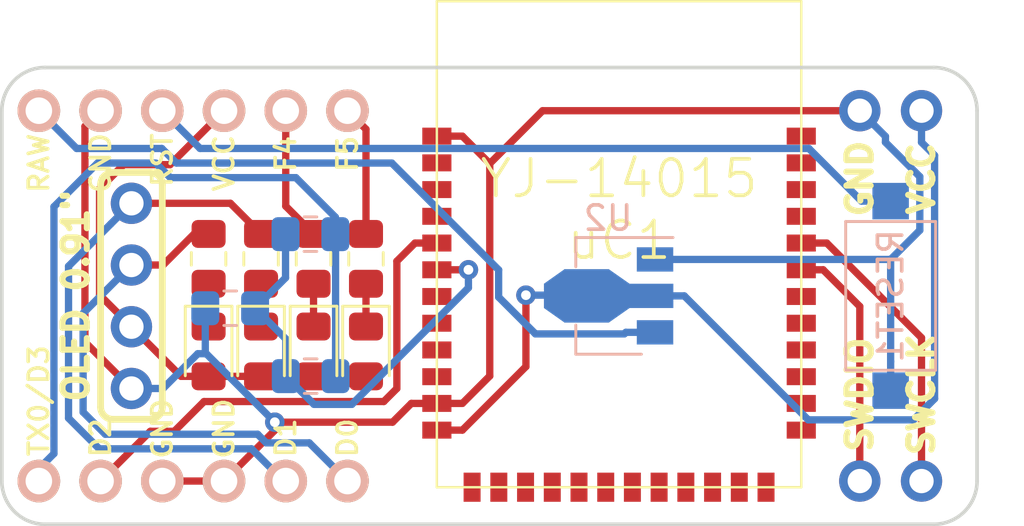
<source format=kicad_pcb>
(kicad_pcb (version 20171130) (host pcbnew "(5.1.5)-3")

  (general
    (thickness 1.6)
    (drawings 12)
    (tracks 135)
    (zones 0)
    (modules 17)
    (nets 48)
  )

  (page A4)
  (title_block
    (title "Redox-W Receiver")
    (date 2018-12-25)
    (rev 2.0)
    (company "Mattia Dal Ben")
  )

  (layers
    (0 F.Cu signal)
    (31 B.Cu signal)
    (32 B.Adhes user)
    (33 F.Adhes user)
    (34 B.Paste user)
    (35 F.Paste user)
    (36 B.SilkS user)
    (37 F.SilkS user)
    (38 B.Mask user)
    (39 F.Mask user)
    (40 Dwgs.User user)
    (41 Cmts.User user)
    (42 Eco1.User user)
    (43 Eco2.User user)
    (44 Edge.Cuts user)
    (45 Margin user)
    (46 B.CrtYd user)
    (47 F.CrtYd user)
    (48 B.Fab user hide)
    (49 F.Fab user hide)
  )

  (setup
    (last_trace_width 0.3)
    (trace_clearance 0.3)
    (zone_clearance 0.508)
    (zone_45_only no)
    (trace_min 0.2)
    (via_size 0.8)
    (via_drill 0.4)
    (via_min_size 0.4)
    (via_min_drill 0.3)
    (uvia_size 0.3)
    (uvia_drill 0.1)
    (uvias_allowed no)
    (uvia_min_size 0.2)
    (uvia_min_drill 0.1)
    (edge_width 0.15)
    (segment_width 0.2)
    (pcb_text_width 0.3)
    (pcb_text_size 1.5 1.5)
    (mod_edge_width 0.15)
    (mod_text_size 1 1)
    (mod_text_width 0.25)
    (pad_size 1.524 1.524)
    (pad_drill 0.762)
    (pad_to_mask_clearance 0.051)
    (solder_mask_min_width 0.25)
    (aux_axis_origin 0 0)
    (visible_elements 7FFFFFFF)
    (pcbplotparams
      (layerselection 0x010fc_ffffffff)
      (usegerberextensions true)
      (usegerberattributes false)
      (usegerberadvancedattributes false)
      (creategerberjobfile false)
      (excludeedgelayer true)
      (linewidth 0.100000)
      (plotframeref false)
      (viasonmask false)
      (mode 1)
      (useauxorigin false)
      (hpglpennumber 1)
      (hpglpenspeed 20)
      (hpglpendiameter 15.000000)
      (psnegative false)
      (psa4output false)
      (plotreference true)
      (plotvalue true)
      (plotinvisibletext false)
      (padsonsilk false)
      (subtractmaskfromsilk false)
      (outputformat 1)
      (mirror false)
      (drillshape 0)
      (scaleselection 1)
      (outputdirectory "gerber/"))
  )

  (net 0 "")
  (net 1 VIN)
  (net 2 TXO)
  (net 3 RXI)
  (net 4 GND)
  (net 5 G_LED)
  (net 6 C_LED)
  (net 7 R_LED)
  (net 8 B_LED)
  (net 9 5V0)
  (net 10 RST)
  (net 11 VCC)
  (net 12 SWDIO)
  (net 13 SWCLK)
  (net 14 TXODIV)
  (net 15 "Net-(uC1-Pad14)")
  (net 16 "Net-(uC1-Pad15)")
  (net 17 "Net-(uC1-Pad16)")
  (net 18 "Net-(uC1-Pad17)")
  (net 19 "Net-(uC1-Pad18)")
  (net 20 "Net-(uC1-Pad19)")
  (net 21 "Net-(uC1-Pad20)")
  (net 22 "Net-(uC1-Pad21)")
  (net 23 "Net-(uC1-Pad22)")
  (net 24 "Net-(uC1-Pad23)")
  (net 25 "Net-(uC1-Pad24)")
  (net 26 "Net-(uC1-Pad25)")
  (net 27 "Net-(uC1-Pad26)")
  (net 28 "Net-(uC1-Pad27)")
  (net 29 "Net-(uC1-Pad28)")
  (net 30 "Net-(uC1-Pad29)")
  (net 31 "Net-(uC1-Pad30)")
  (net 32 "Net-(uC1-Pad33)")
  (net 33 "Net-(uC1-Pad34)")
  (net 34 "Net-(uC1-Pad35)")
  (net 35 "Net-(uC1-Pad36)")
  (net 36 "Net-(uC1-Pad2)")
  (net 37 "Net-(uC1-Pad3)")
  (net 38 "Net-(uC1-Pad4)")
  (net 39 "Net-(uC1-Pad7)")
  (net 40 "Net-(uC1-Pad8)")
  (net 41 "Net-(uC1-Pad9)")
  (net 42 "Net-(uC1-Pad10)")
  (net 43 "Net-(uC1-Pad13)")
  (net 44 "Net-(D1-Pad1)")
  (net 45 "Net-(D2-Pad1)")
  (net 46 "Net-(D3-Pad1)")
  (net 47 "Net-(D4-Pad1)")

  (net_class Default "This is the default net class."
    (clearance 0.3)
    (trace_width 0.3)
    (via_dia 0.8)
    (via_drill 0.4)
    (uvia_dia 0.3)
    (uvia_drill 0.1)
    (add_net 5V0)
    (add_net B_LED)
    (add_net C_LED)
    (add_net GND)
    (add_net G_LED)
    (add_net "Net-(D1-Pad1)")
    (add_net "Net-(D2-Pad1)")
    (add_net "Net-(D3-Pad1)")
    (add_net "Net-(D4-Pad1)")
    (add_net "Net-(uC1-Pad10)")
    (add_net "Net-(uC1-Pad13)")
    (add_net "Net-(uC1-Pad14)")
    (add_net "Net-(uC1-Pad15)")
    (add_net "Net-(uC1-Pad16)")
    (add_net "Net-(uC1-Pad17)")
    (add_net "Net-(uC1-Pad18)")
    (add_net "Net-(uC1-Pad19)")
    (add_net "Net-(uC1-Pad2)")
    (add_net "Net-(uC1-Pad20)")
    (add_net "Net-(uC1-Pad21)")
    (add_net "Net-(uC1-Pad22)")
    (add_net "Net-(uC1-Pad23)")
    (add_net "Net-(uC1-Pad24)")
    (add_net "Net-(uC1-Pad25)")
    (add_net "Net-(uC1-Pad26)")
    (add_net "Net-(uC1-Pad27)")
    (add_net "Net-(uC1-Pad28)")
    (add_net "Net-(uC1-Pad29)")
    (add_net "Net-(uC1-Pad3)")
    (add_net "Net-(uC1-Pad30)")
    (add_net "Net-(uC1-Pad33)")
    (add_net "Net-(uC1-Pad34)")
    (add_net "Net-(uC1-Pad35)")
    (add_net "Net-(uC1-Pad36)")
    (add_net "Net-(uC1-Pad4)")
    (add_net "Net-(uC1-Pad7)")
    (add_net "Net-(uC1-Pad8)")
    (add_net "Net-(uC1-Pad9)")
    (add_net RST)
    (add_net RXI)
    (add_net R_LED)
    (add_net SWCLK)
    (add_net SWDIO)
    (add_net TXO)
    (add_net TXODIV)
    (add_net VCC)
    (add_net VIN)
  )

  (module fruitkey:OLED_0.91'_FONTSIDE (layer F.Cu) (tedit 5F01201F) (tstamp 5F028256)
    (at 108.966 92.71)
    (path /5F039107)
    (fp_text reference J1 (at 11.43 2.286) (layer Dwgs.User)
      (effects (font (size 1 1) (thickness 0.15)))
    )
    (fp_text value " " (at 17.272 3.81 180) (layer F.Fab)
      (effects (font (size 1 1) (thickness 0.15)))
    )
    (fp_text user "OLED 0.91\"" (at -2.286 0 90 unlocked) (layer F.SilkS)
      (effects (font (size 1 1) (thickness 0.25)))
    )
    (fp_arc (start -0.762 -4.572) (end -0.762 -5.08) (angle -90) (layer F.SilkS) (width 0.28))
    (fp_arc (start 0.762 -4.572) (end 1.27 -4.572) (angle -90) (layer F.SilkS) (width 0.28))
    (fp_arc (start 0.762 4.572) (end 0.762 5.08) (angle -90) (layer F.SilkS) (width 0.28))
    (fp_arc (start -0.762 4.572) (end -1.27 4.572) (angle -90) (layer F.SilkS) (width 0.28))
    (fp_line (start -1.27 -4.572) (end -1.27 4.572) (layer F.SilkS) (width 0.28))
    (fp_line (start -1.5 5.9944) (end 36.6776 5.9944) (layer Dwgs.User) (width 0.12))
    (fp_line (start -1.5 -5.9944) (end 36.6776 -5.9944) (layer Dwgs.User) (width 0.12))
    (fp_line (start -1.5 5.9944) (end -1.5 -5.9944) (layer Dwgs.User) (width 0.12))
    (fp_line (start 1.27 -4.572) (end 1.27 4.572) (layer F.SilkS) (width 0.28))
    (fp_line (start 0.762 5.08) (end -0.762 5.08) (layer F.SilkS) (width 0.28))
    (fp_line (start -0.762 -5.08) (end 0.762 -5.08) (layer F.SilkS) (width 0.28))
    (fp_line (start 36.6776 -5.9944) (end 36.6776 5.9944) (layer Dwgs.User) (width 0.12))
    (pad 4 thru_hole oval (at 0 -3.81) (size 1.7 1.7) (drill 1) (layers *.Cu *.Mask)
      (net 5 G_LED))
    (pad 2 thru_hole oval (at 0 1.27) (size 1.7 1.7) (drill 1) (layers *.Cu *.Mask)
      (net 9 5V0))
    (pad 3 thru_hole oval (at 0 -1.27) (size 1.7 1.7) (drill 1) (layers *.Cu *.Mask)
      (net 6 C_LED))
    (pad 1 thru_hole oval (at 0 3.81) (size 1.7 1.7) (drill 1) (layers *.Cu *.Mask)
      (net 4 GND))
  )

  (module Package_TO_SOT_SMD:SOT-89-3 (layer B.Cu) (tedit 5A02FF57) (tstamp 5F026745)
    (at 129.032 92.71 180)
    (descr SOT-89-3)
    (tags SOT-89-3)
    (path /5F05B412)
    (attr smd)
    (fp_text reference U2 (at 0.45 3.2) (layer B.SilkS)
      (effects (font (size 1 1) (thickness 0.15)) (justify mirror))
    )
    (fp_text value CJA1117B-3.3V (at 0.45 -3.25) (layer B.Fab)
      (effects (font (size 1 1) (thickness 0.15)) (justify mirror))
    )
    (fp_line (start -2.48 -2.55) (end -2.48 2.55) (layer B.CrtYd) (width 0.05))
    (fp_line (start -2.48 -2.55) (end 3.23 -2.55) (layer B.CrtYd) (width 0.05))
    (fp_line (start 3.23 2.55) (end -2.48 2.55) (layer B.CrtYd) (width 0.05))
    (fp_line (start 3.23 2.55) (end 3.23 -2.55) (layer B.CrtYd) (width 0.05))
    (fp_line (start -0.13 2.3) (end 1.68 2.3) (layer B.Fab) (width 0.1))
    (fp_line (start -0.92 -2.3) (end -0.92 1.51) (layer B.Fab) (width 0.1))
    (fp_line (start 1.68 -2.3) (end -0.92 -2.3) (layer B.Fab) (width 0.1))
    (fp_line (start 1.68 2.3) (end 1.68 -2.3) (layer B.Fab) (width 0.1))
    (fp_line (start -0.92 1.51) (end -0.13 2.3) (layer B.Fab) (width 0.1))
    (fp_line (start 1.78 2.4) (end 1.78 1.2) (layer B.SilkS) (width 0.12))
    (fp_line (start -2.22 2.4) (end 1.78 2.4) (layer B.SilkS) (width 0.12))
    (fp_line (start 1.78 -2.4) (end -0.92 -2.4) (layer B.SilkS) (width 0.12))
    (fp_line (start 1.78 -1.2) (end 1.78 -2.4) (layer B.SilkS) (width 0.12))
    (fp_text user %R (at 0.38 0 270) (layer B.Fab)
      (effects (font (size 0.6 0.6) (thickness 0.09)) (justify mirror))
    )
    (pad 2 smd trapezoid (at -0.0762 0 90) (size 1.5 1) (rect_delta 0 -0.7 ) (layers B.Cu B.Paste B.Mask)
      (net 11 VCC))
    (pad 2 smd rect (at 1.3335 0 270) (size 2.2 1.84) (layers B.Cu B.Paste B.Mask)
      (net 11 VCC))
    (pad 3 smd rect (at -1.48 -1.5 270) (size 1 1.5) (layers B.Cu B.Paste B.Mask)
      (net 1 VIN))
    (pad 2 smd rect (at -1.3335 0 270) (size 1 1.8) (layers B.Cu B.Paste B.Mask)
      (net 11 VCC))
    (pad 1 smd rect (at -1.48 1.5 270) (size 1 1.5) (layers B.Cu B.Paste B.Mask)
      (net 4 GND))
    (pad 2 smd trapezoid (at 2.667 0 270) (size 1.6 0.85) (rect_delta 0 -0.6 ) (layers B.Cu B.Paste B.Mask)
      (net 11 VCC))
    (model ${KISYS3DMOD}/Package_TO_SOT_SMD.3dshapes/SOT-89-3.wrl
      (at (xyz 0 0 0))
      (scale (xyz 1 1 1))
      (rotate (xyz 0 0 0))
    )
  )

  (module redox_w_receiver_footprints:conn_04 (layer B.Cu) (tedit 5F011BE0) (tstamp 5C25654D)
    (at 137.668 85.09 180)
    (path /5C0D3AC1)
    (fp_text reference PROGR_HEADER1 (at 0 0 180) (layer Cmts.User)
      (effects (font (size 1 1) (thickness 0.15)))
    )
    (fp_text value " " (at 0 0 180) (layer B.Fab)
      (effects (font (size 1 1) (thickness 0.15)) (justify mirror))
    )
    (pad 1 thru_hole oval (at -3.81 0 90) (size 1.7 1.7) (drill 1) (layers *.Cu *.Mask)
      (net 11 VCC))
    (pad 3 thru_hole oval (at -1.27 -15.24 90) (size 1.7 1.7) (drill 1) (layers *.Cu *.Mask)
      (net 12 SWDIO))
    (pad 4 thru_hole oval (at -3.81 -15.24 90) (size 1.7 1.7) (drill 1) (layers *.Cu *.Mask)
      (net 13 SWCLK))
    (pad 2 thru_hole oval (at -1.27 0 90) (size 1.7 1.7) (drill 1) (layers *.Cu *.Mask)
      (net 4 GND))
  )

  (module redox_w_receiver_footprints:R_0805_2012Metric_Pad1.15x1.40mm_HandSolder (layer F.Cu) (tedit 5F011493) (tstamp 5C1A51EA)
    (at 112.141 91.186 90)
    (descr "Resistor SMD 0805 (2012 Metric), square (rectangular) end terminal, IPC_7351 nominal with elongated pad for handsoldering. (Body size source: https://docs.google.com/spreadsheets/d/1BsfQQcO9C6DZCsRaXUlFlo91Tg2WpOkGARC1WS5S8t0/edit?usp=sharing), generated with kicad-footprint-generator")
    (tags "resistor handsolder")
    (path /5C0D163A)
    (attr smd)
    (fp_text reference R8 (at 0 0 90) (layer Cmts.User)
      (effects (font (size 1 1) (thickness 0.15)))
    )
    (fp_text value R (at 0 1.65 90) (layer F.Fab)
      (effects (font (size 1 1) (thickness 0.15)))
    )
    (fp_line (start -1 0.6) (end -1 -0.6) (layer F.Fab) (width 0.1))
    (fp_line (start -1 -0.6) (end 1 -0.6) (layer F.Fab) (width 0.1))
    (fp_line (start 1 -0.6) (end 1 0.6) (layer F.Fab) (width 0.1))
    (fp_line (start 1 0.6) (end -1 0.6) (layer F.Fab) (width 0.1))
    (fp_line (start -0.261252 -0.71) (end 0.261252 -0.71) (layer F.SilkS) (width 0.12))
    (fp_line (start -0.261252 0.71) (end 0.261252 0.71) (layer F.SilkS) (width 0.12))
    (fp_line (start -1.85 0.95) (end -1.85 -0.95) (layer F.CrtYd) (width 0.05))
    (fp_line (start -1.85 -0.95) (end 1.85 -0.95) (layer F.CrtYd) (width 0.05))
    (fp_line (start 1.85 -0.95) (end 1.85 0.95) (layer F.CrtYd) (width 0.05))
    (fp_line (start 1.85 0.95) (end -1.85 0.95) (layer F.CrtYd) (width 0.05))
    (fp_text user %R (at 0 0 90) (layer F.Fab)
      (effects (font (size 0.5 0.5) (thickness 0.08)))
    )
    (pad 1 smd roundrect (at -1.025 0 90) (size 1.15 1.4) (layers F.Cu F.Paste F.Mask) (roundrect_rratio 0.217391)
      (net 47 "Net-(D4-Pad1)"))
    (pad 2 smd roundrect (at 1.025 0 90) (size 1.15 1.4) (layers F.Cu F.Paste F.Mask) (roundrect_rratio 0.217391)
      (net 6 C_LED))
    (model ${KISYS3DMOD}/Resistor_SMD.3dshapes/R_0805_2012Metric.wrl
      (at (xyz 0 0 0))
      (scale (xyz 1 1 1))
      (rotate (xyz 0 0 0))
    )
  )

  (module redox_w_receiver_footprints:R_0805_2012Metric_Pad1.15x1.40mm_HandSolder (layer F.Cu) (tedit 5F011493) (tstamp 5C256B66)
    (at 114.3 91.186 90)
    (descr "Resistor SMD 0805 (2012 Metric), square (rectangular) end terminal, IPC_7351 nominal with elongated pad for handsoldering. (Body size source: https://docs.google.com/spreadsheets/d/1BsfQQcO9C6DZCsRaXUlFlo91Tg2WpOkGARC1WS5S8t0/edit?usp=sharing), generated with kicad-footprint-generator")
    (tags "resistor handsolder")
    (path /5C0D727A)
    (attr smd)
    (fp_text reference R7 (at 0 0 90) (layer Cmts.User)
      (effects (font (size 1 1) (thickness 0.15)))
    )
    (fp_text value R (at 0 1.65 90) (layer F.Fab)
      (effects (font (size 1 1) (thickness 0.15)))
    )
    (fp_line (start -1 0.6) (end -1 -0.6) (layer F.Fab) (width 0.1))
    (fp_line (start -1 -0.6) (end 1 -0.6) (layer F.Fab) (width 0.1))
    (fp_line (start 1 -0.6) (end 1 0.6) (layer F.Fab) (width 0.1))
    (fp_line (start 1 0.6) (end -1 0.6) (layer F.Fab) (width 0.1))
    (fp_line (start -0.261252 -0.71) (end 0.261252 -0.71) (layer F.SilkS) (width 0.12))
    (fp_line (start -0.261252 0.71) (end 0.261252 0.71) (layer F.SilkS) (width 0.12))
    (fp_line (start -1.85 0.95) (end -1.85 -0.95) (layer F.CrtYd) (width 0.05))
    (fp_line (start -1.85 -0.95) (end 1.85 -0.95) (layer F.CrtYd) (width 0.05))
    (fp_line (start 1.85 -0.95) (end 1.85 0.95) (layer F.CrtYd) (width 0.05))
    (fp_line (start 1.85 0.95) (end -1.85 0.95) (layer F.CrtYd) (width 0.05))
    (fp_text user %R (at 0 0 90) (layer F.Fab)
      (effects (font (size 0.5 0.5) (thickness 0.08)))
    )
    (pad 1 smd roundrect (at -1.025 0 90) (size 1.15 1.4) (layers F.Cu F.Paste F.Mask) (roundrect_rratio 0.217391)
      (net 46 "Net-(D3-Pad1)"))
    (pad 2 smd roundrect (at 1.025 0 90) (size 1.15 1.4) (layers F.Cu F.Paste F.Mask) (roundrect_rratio 0.217391)
      (net 5 G_LED))
    (model ${KISYS3DMOD}/Resistor_SMD.3dshapes/R_0805_2012Metric.wrl
      (at (xyz 0 0 0))
      (scale (xyz 1 1 1))
      (rotate (xyz 0 0 0))
    )
  )

  (module redox_w_receiver_footprints:R_0805_2012Metric_Pad1.15x1.40mm_HandSolder (layer F.Cu) (tedit 5F011493) (tstamp 5C2565B3)
    (at 116.459 91.186 90)
    (descr "Resistor SMD 0805 (2012 Metric), square (rectangular) end terminal, IPC_7351 nominal with elongated pad for handsoldering. (Body size source: https://docs.google.com/spreadsheets/d/1BsfQQcO9C6DZCsRaXUlFlo91Tg2WpOkGARC1WS5S8t0/edit?usp=sharing), generated with kicad-footprint-generator")
    (tags "resistor handsolder")
    (path /5C0D723C)
    (attr smd)
    (fp_text reference R6 (at 0 0 90) (layer Cmts.User)
      (effects (font (size 1 1) (thickness 0.15)))
    )
    (fp_text value R (at 0 1.65 90) (layer F.Fab)
      (effects (font (size 1 1) (thickness 0.15)))
    )
    (fp_line (start -1 0.6) (end -1 -0.6) (layer F.Fab) (width 0.1))
    (fp_line (start -1 -0.6) (end 1 -0.6) (layer F.Fab) (width 0.1))
    (fp_line (start 1 -0.6) (end 1 0.6) (layer F.Fab) (width 0.1))
    (fp_line (start 1 0.6) (end -1 0.6) (layer F.Fab) (width 0.1))
    (fp_line (start -0.261252 -0.71) (end 0.261252 -0.71) (layer F.SilkS) (width 0.12))
    (fp_line (start -0.261252 0.71) (end 0.261252 0.71) (layer F.SilkS) (width 0.12))
    (fp_line (start -1.85 0.95) (end -1.85 -0.95) (layer F.CrtYd) (width 0.05))
    (fp_line (start -1.85 -0.95) (end 1.85 -0.95) (layer F.CrtYd) (width 0.05))
    (fp_line (start 1.85 -0.95) (end 1.85 0.95) (layer F.CrtYd) (width 0.05))
    (fp_line (start 1.85 0.95) (end -1.85 0.95) (layer F.CrtYd) (width 0.05))
    (fp_text user %R (at 0 0 90) (layer F.Fab)
      (effects (font (size 0.5 0.5) (thickness 0.08)))
    )
    (pad 1 smd roundrect (at -1.025 0 90) (size 1.15 1.4) (layers F.Cu F.Paste F.Mask) (roundrect_rratio 0.217391)
      (net 45 "Net-(D2-Pad1)"))
    (pad 2 smd roundrect (at 1.025 0 90) (size 1.15 1.4) (layers F.Cu F.Paste F.Mask) (roundrect_rratio 0.217391)
      (net 8 B_LED))
    (model ${KISYS3DMOD}/Resistor_SMD.3dshapes/R_0805_2012Metric.wrl
      (at (xyz 0 0 0))
      (scale (xyz 1 1 1))
      (rotate (xyz 0 0 0))
    )
  )

  (module redox_w_receiver_footprints:R_0805_2012Metric_Pad1.15x1.40mm_HandSolder (layer F.Cu) (tedit 5F011493) (tstamp 5C2642B8)
    (at 118.618 91.186 90)
    (descr "Resistor SMD 0805 (2012 Metric), square (rectangular) end terminal, IPC_7351 nominal with elongated pad for handsoldering. (Body size source: https://docs.google.com/spreadsheets/d/1BsfQQcO9C6DZCsRaXUlFlo91Tg2WpOkGARC1WS5S8t0/edit?usp=sharing), generated with kicad-footprint-generator")
    (tags "resistor handsolder")
    (path /5C0D71CA)
    (attr smd)
    (fp_text reference R4 (at 0 0 90) (layer Cmts.User)
      (effects (font (size 1 1) (thickness 0.15)))
    )
    (fp_text value R (at 0 1.65 90) (layer F.Fab)
      (effects (font (size 1 1) (thickness 0.15)))
    )
    (fp_line (start -1 0.6) (end -1 -0.6) (layer F.Fab) (width 0.1))
    (fp_line (start -1 -0.6) (end 1 -0.6) (layer F.Fab) (width 0.1))
    (fp_line (start 1 -0.6) (end 1 0.6) (layer F.Fab) (width 0.1))
    (fp_line (start 1 0.6) (end -1 0.6) (layer F.Fab) (width 0.1))
    (fp_line (start -0.261252 -0.71) (end 0.261252 -0.71) (layer F.SilkS) (width 0.12))
    (fp_line (start -0.261252 0.71) (end 0.261252 0.71) (layer F.SilkS) (width 0.12))
    (fp_line (start -1.85 0.95) (end -1.85 -0.95) (layer F.CrtYd) (width 0.05))
    (fp_line (start -1.85 -0.95) (end 1.85 -0.95) (layer F.CrtYd) (width 0.05))
    (fp_line (start 1.85 -0.95) (end 1.85 0.95) (layer F.CrtYd) (width 0.05))
    (fp_line (start 1.85 0.95) (end -1.85 0.95) (layer F.CrtYd) (width 0.05))
    (fp_text user %R (at 0 0 90) (layer F.Fab)
      (effects (font (size 0.5 0.5) (thickness 0.08)))
    )
    (pad 1 smd roundrect (at -1.025 0 90) (size 1.15 1.4) (layers F.Cu F.Paste F.Mask) (roundrect_rratio 0.217391)
      (net 44 "Net-(D1-Pad1)"))
    (pad 2 smd roundrect (at 1.025 0 90) (size 1.15 1.4) (layers F.Cu F.Paste F.Mask) (roundrect_rratio 0.217391)
      (net 7 R_LED))
    (model ${KISYS3DMOD}/Resistor_SMD.3dshapes/R_0805_2012Metric.wrl
      (at (xyz 0 0 0))
      (scale (xyz 1 1 1))
      (rotate (xyz 0 0 0))
    )
  )

  (module redox_w_receiver_footprints:R_0805_2012Metric_Pad1.15x1.40mm_HandSolder (layer B.Cu) (tedit 5F011493) (tstamp 5C264443)
    (at 116.341 96.012 180)
    (descr "Resistor SMD 0805 (2012 Metric), square (rectangular) end terminal, IPC_7351 nominal with elongated pad for handsoldering. (Body size source: https://docs.google.com/spreadsheets/d/1BsfQQcO9C6DZCsRaXUlFlo91Tg2WpOkGARC1WS5S8t0/edit?usp=sharing), generated with kicad-footprint-generator")
    (tags "resistor handsolder")
    (path /5C0D69A3)
    (attr smd)
    (fp_text reference R3 (at 0 0) (layer Cmts.User)
      (effects (font (size 1 1) (thickness 0.15)))
    )
    (fp_text value R (at 0 -1.65) (layer B.Fab)
      (effects (font (size 1 1) (thickness 0.15)) (justify mirror))
    )
    (fp_line (start -1 -0.6) (end -1 0.6) (layer B.Fab) (width 0.1))
    (fp_line (start -1 0.6) (end 1 0.6) (layer B.Fab) (width 0.1))
    (fp_line (start 1 0.6) (end 1 -0.6) (layer B.Fab) (width 0.1))
    (fp_line (start 1 -0.6) (end -1 -0.6) (layer B.Fab) (width 0.1))
    (fp_line (start -0.261252 0.71) (end 0.261252 0.71) (layer B.SilkS) (width 0.12))
    (fp_line (start -0.261252 -0.71) (end 0.261252 -0.71) (layer B.SilkS) (width 0.12))
    (fp_line (start -1.85 -0.95) (end -1.85 0.95) (layer B.CrtYd) (width 0.05))
    (fp_line (start -1.85 0.95) (end 1.85 0.95) (layer B.CrtYd) (width 0.05))
    (fp_line (start 1.85 0.95) (end 1.85 -0.95) (layer B.CrtYd) (width 0.05))
    (fp_line (start 1.85 -0.95) (end -1.85 -0.95) (layer B.CrtYd) (width 0.05))
    (fp_text user %R (at 0 0) (layer B.Fab)
      (effects (font (size 0.5 0.5) (thickness 0.08)) (justify mirror))
    )
    (pad 1 smd roundrect (at -1.025 0 180) (size 1.15 1.4) (layers B.Cu B.Paste B.Mask) (roundrect_rratio 0.217391)
      (net 2 TXO))
    (pad 2 smd roundrect (at 1.025 0 180) (size 1.15 1.4) (layers B.Cu B.Paste B.Mask) (roundrect_rratio 0.217391)
      (net 14 TXODIV))
    (model ${KISYS3DMOD}/Resistor_SMD.3dshapes/R_0805_2012Metric.wrl
      (at (xyz 0 0 0))
      (scale (xyz 1 1 1))
      (rotate (xyz 0 0 0))
    )
  )

  (module redox_w_receiver_footprints:R_0805_2012Metric_Pad1.15x1.40mm_HandSolder (layer B.Cu) (tedit 5F011493) (tstamp 5C25656F)
    (at 113.03 93.218 180)
    (descr "Resistor SMD 0805 (2012 Metric), square (rectangular) end terminal, IPC_7351 nominal with elongated pad for handsoldering. (Body size source: https://docs.google.com/spreadsheets/d/1BsfQQcO9C6DZCsRaXUlFlo91Tg2WpOkGARC1WS5S8t0/edit?usp=sharing), generated with kicad-footprint-generator")
    (tags "resistor handsolder")
    (path /5C0D69D3)
    (attr smd)
    (fp_text reference R2 (at 0 0) (layer Cmts.User)
      (effects (font (size 1 1) (thickness 0.15)))
    )
    (fp_text value R (at 0 -1.65) (layer B.Fab)
      (effects (font (size 1 1) (thickness 0.15)) (justify mirror))
    )
    (fp_line (start -1 -0.6) (end -1 0.6) (layer B.Fab) (width 0.1))
    (fp_line (start -1 0.6) (end 1 0.6) (layer B.Fab) (width 0.1))
    (fp_line (start 1 0.6) (end 1 -0.6) (layer B.Fab) (width 0.1))
    (fp_line (start 1 -0.6) (end -1 -0.6) (layer B.Fab) (width 0.1))
    (fp_line (start -0.261252 0.71) (end 0.261252 0.71) (layer B.SilkS) (width 0.12))
    (fp_line (start -0.261252 -0.71) (end 0.261252 -0.71) (layer B.SilkS) (width 0.12))
    (fp_line (start -1.85 -0.95) (end -1.85 0.95) (layer B.CrtYd) (width 0.05))
    (fp_line (start -1.85 0.95) (end 1.85 0.95) (layer B.CrtYd) (width 0.05))
    (fp_line (start 1.85 0.95) (end 1.85 -0.95) (layer B.CrtYd) (width 0.05))
    (fp_line (start 1.85 -0.95) (end -1.85 -0.95) (layer B.CrtYd) (width 0.05))
    (fp_text user %R (at 0 0) (layer B.Fab)
      (effects (font (size 0.5 0.5) (thickness 0.08)) (justify mirror))
    )
    (pad 1 smd roundrect (at -1.025 0 180) (size 1.15 1.4) (layers B.Cu B.Paste B.Mask) (roundrect_rratio 0.217391)
      (net 14 TXODIV))
    (pad 2 smd roundrect (at 1.025 0 180) (size 1.15 1.4) (layers B.Cu B.Paste B.Mask) (roundrect_rratio 0.217391)
      (net 4 GND))
    (model ${KISYS3DMOD}/Resistor_SMD.3dshapes/R_0805_2012Metric.wrl
      (at (xyz 0 0 0))
      (scale (xyz 1 1 1))
      (rotate (xyz 0 0 0))
    )
  )

  (module redox_w_receiver_footprints:R_0805_2012Metric_Pad1.15x1.40mm_HandSolder (layer B.Cu) (tedit 5F011493) (tstamp 5C2643F2)
    (at 116.332 90.17 180)
    (descr "Resistor SMD 0805 (2012 Metric), square (rectangular) end terminal, IPC_7351 nominal with elongated pad for handsoldering. (Body size source: https://docs.google.com/spreadsheets/d/1BsfQQcO9C6DZCsRaXUlFlo91Tg2WpOkGARC1WS5S8t0/edit?usp=sharing), generated with kicad-footprint-generator")
    (tags "resistor handsolder")
    (path /5C0D6951)
    (attr smd)
    (fp_text reference R1 (at 0 0) (layer Cmts.User)
      (effects (font (size 1 1) (thickness 0.15)))
    )
    (fp_text value R (at 0 -1.65) (layer B.Fab)
      (effects (font (size 1 1) (thickness 0.15)) (justify mirror))
    )
    (fp_line (start -1 -0.6) (end -1 0.6) (layer B.Fab) (width 0.1))
    (fp_line (start -1 0.6) (end 1 0.6) (layer B.Fab) (width 0.1))
    (fp_line (start 1 0.6) (end 1 -0.6) (layer B.Fab) (width 0.1))
    (fp_line (start 1 -0.6) (end -1 -0.6) (layer B.Fab) (width 0.1))
    (fp_line (start -0.261252 0.71) (end 0.261252 0.71) (layer B.SilkS) (width 0.12))
    (fp_line (start -0.261252 -0.71) (end 0.261252 -0.71) (layer B.SilkS) (width 0.12))
    (fp_line (start -1.85 -0.95) (end -1.85 0.95) (layer B.CrtYd) (width 0.05))
    (fp_line (start -1.85 0.95) (end 1.85 0.95) (layer B.CrtYd) (width 0.05))
    (fp_line (start 1.85 0.95) (end 1.85 -0.95) (layer B.CrtYd) (width 0.05))
    (fp_line (start 1.85 -0.95) (end -1.85 -0.95) (layer B.CrtYd) (width 0.05))
    (fp_text user %R (at 0 0) (layer B.Fab)
      (effects (font (size 0.5 0.5) (thickness 0.08)) (justify mirror))
    )
    (pad 1 smd roundrect (at -1.025 0 180) (size 1.15 1.4) (layers B.Cu B.Paste B.Mask) (roundrect_rratio 0.217391)
      (net 2 TXO))
    (pad 2 smd roundrect (at 1.025 0 180) (size 1.15 1.4) (layers B.Cu B.Paste B.Mask) (roundrect_rratio 0.217391)
      (net 14 TXODIV))
    (model ${KISYS3DMOD}/Resistor_SMD.3dshapes/R_0805_2012Metric.wrl
      (at (xyz 0 0 0))
      (scale (xyz 1 1 1))
      (rotate (xyz 0 0 0))
    )
  )

  (module redox_w_receiver_footprints:LED_0805_2012Metric_Pad1.15x1.40mm_HandSolder (layer F.Cu) (tedit 5F01146D) (tstamp 5C1A5117)
    (at 112.141 94.996 270)
    (descr "LED SMD 0805 (2012 Metric), square (rectangular) end terminal, IPC_7351 nominal, (Body size source: https://docs.google.com/spreadsheets/d/1BsfQQcO9C6DZCsRaXUlFlo91Tg2WpOkGARC1WS5S8t0/edit?usp=sharing), generated with kicad-footprint-generator")
    (tags "LED handsolder")
    (path /5C0D0BEF)
    (attr smd)
    (fp_text reference D4 (at 0 0 90) (layer Cmts.User)
      (effects (font (size 1 1) (thickness 0.15)))
    )
    (fp_text value LED (at 0 1.65 90) (layer F.Fab)
      (effects (font (size 1 1) (thickness 0.15)))
    )
    (fp_line (start 1 -0.6) (end -0.7 -0.6) (layer F.Fab) (width 0.1))
    (fp_line (start -0.7 -0.6) (end -1 -0.3) (layer F.Fab) (width 0.1))
    (fp_line (start -1 -0.3) (end -1 0.6) (layer F.Fab) (width 0.1))
    (fp_line (start -1 0.6) (end 1 0.6) (layer F.Fab) (width 0.1))
    (fp_line (start 1 0.6) (end 1 -0.6) (layer F.Fab) (width 0.1))
    (fp_line (start 1 -0.96) (end -1.86 -0.96) (layer F.SilkS) (width 0.12))
    (fp_line (start -1.86 -0.96) (end -1.86 0.96) (layer F.SilkS) (width 0.12))
    (fp_line (start -1.86 0.96) (end 1 0.96) (layer F.SilkS) (width 0.12))
    (fp_line (start -1.85 0.95) (end -1.85 -0.95) (layer F.CrtYd) (width 0.05))
    (fp_line (start -1.85 -0.95) (end 1.85 -0.95) (layer F.CrtYd) (width 0.05))
    (fp_line (start 1.85 -0.95) (end 1.85 0.95) (layer F.CrtYd) (width 0.05))
    (fp_line (start 1.85 0.95) (end -1.85 0.95) (layer F.CrtYd) (width 0.05))
    (fp_text user %R (at 0 0 90) (layer F.Fab)
      (effects (font (size 0.5 0.5) (thickness 0.08)))
    )
    (pad 1 smd roundrect (at -1.025 0 270) (size 1.15 1.4) (layers F.Cu F.Paste F.Mask) (roundrect_rratio 0.217391)
      (net 47 "Net-(D4-Pad1)"))
    (pad 2 smd roundrect (at 1.025 0 270) (size 1.15 1.4) (layers F.Cu F.Paste F.Mask) (roundrect_rratio 0.217391)
      (net 9 5V0))
    (model ${KISYS3DMOD}/LED_SMD.3dshapes/LED_0805_2012Metric.wrl
      (at (xyz 0 0 0))
      (scale (xyz 1 1 1))
      (rotate (xyz 0 0 0))
    )
  )

  (module redox_w_receiver_footprints:LED_0805_2012Metric_Pad1.15x1.40mm_HandSolder (layer F.Cu) (tedit 5F01146D) (tstamp 5C1A8533)
    (at 114.3 94.996 270)
    (descr "LED SMD 0805 (2012 Metric), square (rectangular) end terminal, IPC_7351 nominal, (Body size source: https://docs.google.com/spreadsheets/d/1BsfQQcO9C6DZCsRaXUlFlo91Tg2WpOkGARC1WS5S8t0/edit?usp=sharing), generated with kicad-footprint-generator")
    (tags "LED handsolder")
    (path /5C0CF9C8)
    (attr smd)
    (fp_text reference D3 (at 0 0 90) (layer Cmts.User)
      (effects (font (size 1 1) (thickness 0.15)))
    )
    (fp_text value LED (at 0 1.65 90) (layer F.Fab)
      (effects (font (size 1 1) (thickness 0.15)))
    )
    (fp_line (start 1 -0.6) (end -0.7 -0.6) (layer F.Fab) (width 0.1))
    (fp_line (start -0.7 -0.6) (end -1 -0.3) (layer F.Fab) (width 0.1))
    (fp_line (start -1 -0.3) (end -1 0.6) (layer F.Fab) (width 0.1))
    (fp_line (start -1 0.6) (end 1 0.6) (layer F.Fab) (width 0.1))
    (fp_line (start 1 0.6) (end 1 -0.6) (layer F.Fab) (width 0.1))
    (fp_line (start 1 -0.96) (end -1.86 -0.96) (layer F.SilkS) (width 0.12))
    (fp_line (start -1.86 -0.96) (end -1.86 0.96) (layer F.SilkS) (width 0.12))
    (fp_line (start -1.86 0.96) (end 1 0.96) (layer F.SilkS) (width 0.12))
    (fp_line (start -1.85 0.95) (end -1.85 -0.95) (layer F.CrtYd) (width 0.05))
    (fp_line (start -1.85 -0.95) (end 1.85 -0.95) (layer F.CrtYd) (width 0.05))
    (fp_line (start 1.85 -0.95) (end 1.85 0.95) (layer F.CrtYd) (width 0.05))
    (fp_line (start 1.85 0.95) (end -1.85 0.95) (layer F.CrtYd) (width 0.05))
    (fp_text user %R (at 0 0 90) (layer F.Fab)
      (effects (font (size 0.5 0.5) (thickness 0.08)))
    )
    (pad 1 smd roundrect (at -1.025 0 270) (size 1.15 1.4) (layers F.Cu F.Paste F.Mask) (roundrect_rratio 0.217391)
      (net 46 "Net-(D3-Pad1)"))
    (pad 2 smd roundrect (at 1.025 0 270) (size 1.15 1.4) (layers F.Cu F.Paste F.Mask) (roundrect_rratio 0.217391)
      (net 9 5V0))
    (model ${KISYS3DMOD}/LED_SMD.3dshapes/LED_0805_2012Metric.wrl
      (at (xyz 0 0 0))
      (scale (xyz 1 1 1))
      (rotate (xyz 0 0 0))
    )
  )

  (module redox_w_receiver_footprints:LED_0805_2012Metric_Pad1.15x1.40mm_HandSolder (layer F.Cu) (tedit 5F01146D) (tstamp 5C1A8520)
    (at 116.459 94.996 270)
    (descr "LED SMD 0805 (2012 Metric), square (rectangular) end terminal, IPC_7351 nominal, (Body size source: https://docs.google.com/spreadsheets/d/1BsfQQcO9C6DZCsRaXUlFlo91Tg2WpOkGARC1WS5S8t0/edit?usp=sharing), generated with kicad-footprint-generator")
    (tags "LED handsolder")
    (path /5C0CF909)
    (attr smd)
    (fp_text reference D2 (at 0 0 90) (layer Cmts.User)
      (effects (font (size 1 1) (thickness 0.15)))
    )
    (fp_text value LED (at 0 1.65 90) (layer F.Fab)
      (effects (font (size 1 1) (thickness 0.15)))
    )
    (fp_line (start 1 -0.6) (end -0.7 -0.6) (layer F.Fab) (width 0.1))
    (fp_line (start -0.7 -0.6) (end -1 -0.3) (layer F.Fab) (width 0.1))
    (fp_line (start -1 -0.3) (end -1 0.6) (layer F.Fab) (width 0.1))
    (fp_line (start -1 0.6) (end 1 0.6) (layer F.Fab) (width 0.1))
    (fp_line (start 1 0.6) (end 1 -0.6) (layer F.Fab) (width 0.1))
    (fp_line (start 1 -0.96) (end -1.86 -0.96) (layer F.SilkS) (width 0.12))
    (fp_line (start -1.86 -0.96) (end -1.86 0.96) (layer F.SilkS) (width 0.12))
    (fp_line (start -1.86 0.96) (end 1 0.96) (layer F.SilkS) (width 0.12))
    (fp_line (start -1.85 0.95) (end -1.85 -0.95) (layer F.CrtYd) (width 0.05))
    (fp_line (start -1.85 -0.95) (end 1.85 -0.95) (layer F.CrtYd) (width 0.05))
    (fp_line (start 1.85 -0.95) (end 1.85 0.95) (layer F.CrtYd) (width 0.05))
    (fp_line (start 1.85 0.95) (end -1.85 0.95) (layer F.CrtYd) (width 0.05))
    (fp_text user %R (at 0 0 90) (layer F.Fab)
      (effects (font (size 0.5 0.5) (thickness 0.08)))
    )
    (pad 1 smd roundrect (at -1.025 0 270) (size 1.15 1.4) (layers F.Cu F.Paste F.Mask) (roundrect_rratio 0.217391)
      (net 45 "Net-(D2-Pad1)"))
    (pad 2 smd roundrect (at 1.025 0 270) (size 1.15 1.4) (layers F.Cu F.Paste F.Mask) (roundrect_rratio 0.217391)
      (net 9 5V0))
    (model ${KISYS3DMOD}/LED_SMD.3dshapes/LED_0805_2012Metric.wrl
      (at (xyz 0 0 0))
      (scale (xyz 1 1 1))
      (rotate (xyz 0 0 0))
    )
  )

  (module redox_w_receiver_footprints:LED_0805_2012Metric_Pad1.15x1.40mm_HandSolder (layer F.Cu) (tedit 5F01146D) (tstamp 5C1A4F15)
    (at 118.618 94.996 270)
    (descr "LED SMD 0805 (2012 Metric), square (rectangular) end terminal, IPC_7351 nominal, (Body size source: https://docs.google.com/spreadsheets/d/1BsfQQcO9C6DZCsRaXUlFlo91Tg2WpOkGARC1WS5S8t0/edit?usp=sharing), generated with kicad-footprint-generator")
    (tags "LED handsolder")
    (path /5C0CF77A)
    (attr smd)
    (fp_text reference D1 (at 0 0 90) (layer Cmts.User)
      (effects (font (size 1 1) (thickness 0.15)))
    )
    (fp_text value LED (at 0 1.65 90) (layer F.Fab)
      (effects (font (size 1 1) (thickness 0.15)))
    )
    (fp_line (start 1 -0.6) (end -0.7 -0.6) (layer F.Fab) (width 0.1))
    (fp_line (start -0.7 -0.6) (end -1 -0.3) (layer F.Fab) (width 0.1))
    (fp_line (start -1 -0.3) (end -1 0.6) (layer F.Fab) (width 0.1))
    (fp_line (start -1 0.6) (end 1 0.6) (layer F.Fab) (width 0.1))
    (fp_line (start 1 0.6) (end 1 -0.6) (layer F.Fab) (width 0.1))
    (fp_line (start 1 -0.96) (end -1.86 -0.96) (layer F.SilkS) (width 0.12))
    (fp_line (start -1.86 -0.96) (end -1.86 0.96) (layer F.SilkS) (width 0.12))
    (fp_line (start -1.86 0.96) (end 1 0.96) (layer F.SilkS) (width 0.12))
    (fp_line (start -1.85 0.95) (end -1.85 -0.95) (layer F.CrtYd) (width 0.05))
    (fp_line (start -1.85 -0.95) (end 1.85 -0.95) (layer F.CrtYd) (width 0.05))
    (fp_line (start 1.85 -0.95) (end 1.85 0.95) (layer F.CrtYd) (width 0.05))
    (fp_line (start 1.85 0.95) (end -1.85 0.95) (layer F.CrtYd) (width 0.05))
    (fp_text user %R (at 0 0 90) (layer F.Fab)
      (effects (font (size 0.5 0.5) (thickness 0.08)))
    )
    (pad 1 smd roundrect (at -1.025 0 270) (size 1.15 1.4) (layers F.Cu F.Paste F.Mask) (roundrect_rratio 0.217391)
      (net 44 "Net-(D1-Pad1)"))
    (pad 2 smd roundrect (at 1.025 0 270) (size 1.15 1.4) (layers F.Cu F.Paste F.Mask) (roundrect_rratio 0.217391)
      (net 9 5V0))
    (model ${KISYS3DMOD}/LED_SMD.3dshapes/LED_0805_2012Metric.wrl
      (at (xyz 0 0 0))
      (scale (xyz 1 1 1))
      (rotate (xyz 0 0 0))
    )
  )

  (module "redox_w_receiver_footprints:pro micro" (layer F.Cu) (tedit 5F01150E) (tstamp 5F01A8F4)
    (at 119.126 92.71 90)
    (path /5F01A2A0)
    (fp_text reference U1 (at 0 -7.62 90) (layer Cmts.User)
      (effects (font (size 1 1) (thickness 0.15)))
    )
    (fp_text value ProMicro (at 0 -6.096 90) (layer F.Fab)
      (effects (font (size 1 1) (thickness 0.15)))
    )
    (fp_text user F5 (at 5.842 -1.27 90) (layer F.SilkS)
      (effects (font (size 0.8 0.8) (thickness 0.15)))
    )
    (fp_text user F4 (at 5.842 -3.81 90) (layer F.SilkS)
      (effects (font (size 0.8 0.8) (thickness 0.15)))
    )
    (fp_text user D0 (at -5.842 -1.27 90) (layer F.SilkS)
      (effects (font (size 0.8 0.8) (thickness 0.15)))
    )
    (fp_text user D1 (at -5.842 -3.81 90) (layer F.SilkS)
      (effects (font (size 0.8 0.8) (thickness 0.15)))
    )
    (fp_text user RST (at 5.588 -8.89 90) (layer F.SilkS)
      (effects (font (size 0.8 0.8) (thickness 0.15)))
    )
    (fp_text user VCC (at 5.461 -6.35 90) (layer F.SilkS)
      (effects (font (size 0.8 0.8) (thickness 0.15)))
    )
    (fp_text user RAW (at 5.461 -13.97 90) (layer F.SilkS)
      (effects (font (size 0.8 0.8) (thickness 0.15)))
    )
    (fp_text user GND (at 5.461 -11.43 90) (layer F.SilkS)
      (effects (font (size 0.8 0.8) (thickness 0.15)))
    )
    (fp_text user TX0/D3 (at -4.318 -13.97 90) (layer F.SilkS)
      (effects (font (size 0.8 0.8) (thickness 0.15)))
    )
    (fp_text user D2 (at -5.842 -11.43 90) (layer F.SilkS)
      (effects (font (size 0.8 0.8) (thickness 0.15)))
    )
    (fp_text user GND (at -5.461 -6.35 90) (layer F.SilkS)
      (effects (font (size 0.8 0.8) (thickness 0.15)))
    )
    (fp_text user GND (at -5.461 -8.89 90) (layer F.SilkS)
      (effects (font (size 0.8 0.8) (thickness 0.15)))
    )
    (pad GND thru_hole circle (at 7.62 -11.43) (size 1.7526 1.7526) (drill 1.0922) (layers *.Cu *.SilkS *.Mask)
      (net 4 GND))
    (pad F4 thru_hole circle (at 7.62 -3.81) (size 1.7526 1.7526) (drill 1.0922) (layers *.Cu *.SilkS *.Mask)
      (net 8 B_LED))
    (pad VCC thru_hole circle (at 7.62 -6.35) (size 1.7526 1.7526) (drill 1.0922) (layers *.Cu *.SilkS *.Mask)
      (net 9 5V0))
    (pad RST thru_hole circle (at 7.62 -8.89) (size 1.7526 1.7526) (drill 1.0922) (layers *.Cu *.SilkS *.Mask)
      (net 10 RST))
    (pad D3 thru_hole circle (at -7.62 -13.97 180) (size 1.7526 1.7526) (drill 1.0922) (layers *.Cu *.SilkS *.Mask)
      (net 2 TXO))
    (pad F5 thru_hole circle (at 7.62 -1.27) (size 1.7526 1.7526) (drill 1.0922) (layers *.Cu *.SilkS *.Mask)
      (net 7 R_LED))
    (pad D2 thru_hole circle (at -7.62 -11.43) (size 1.7526 1.7526) (drill 1.0922) (layers *.Cu *.SilkS *.Mask)
      (net 3 RXI))
    (pad GND thru_hole circle (at -7.62 -6.35) (size 1.7526 1.7526) (drill 1.0922) (layers *.Cu *.SilkS *.Mask)
      (net 4 GND))
    (pad GND thru_hole circle (at -7.62 -8.89) (size 1.7526 1.7526) (drill 1.0922) (layers *.Cu *.SilkS *.Mask)
      (net 4 GND))
    (pad D1 thru_hole circle (at -7.62 -3.81) (size 1.7526 1.7526) (drill 1.0922) (layers *.Cu *.SilkS *.Mask)
      (net 5 G_LED))
    (pad D0 thru_hole circle (at -7.62 -1.27) (size 1.7526 1.7526) (drill 1.0922) (layers *.Cu *.SilkS *.Mask)
      (net 6 C_LED))
    (pad RAW thru_hole circle (at 7.62 -13.97) (size 1.7526 1.7526) (drill 1.0922) (layers *.Cu *.SilkS *.Mask)
      (net 1 VIN))
  )

  (module Button_Switch_SMD:SW_SPST_CK_RS282G05A3 (layer B.Cu) (tedit 5A7A67D2) (tstamp 5C1A4D37)
    (at 140.208 92.71 270)
    (descr https://www.mouser.com/ds/2/60/RS-282G05A-SM_RT-1159762.pdf)
    (tags "SPST button tactile switch")
    (path /5C0CF608)
    (attr smd)
    (fp_text reference RESET1 (at 0 0 270) (layer B.SilkS)
      (effects (font (size 1 1) (thickness 0.15)) (justify mirror))
    )
    (fp_text value SW_SPST (at 0 -3 270) (layer B.Fab)
      (effects (font (size 1 1) (thickness 0.15)) (justify mirror))
    )
    (fp_line (start -4.9 -2.05) (end -4.9 2.05) (layer B.CrtYd) (width 0.05))
    (fp_line (start 4.9 -2.05) (end -4.9 -2.05) (layer B.CrtYd) (width 0.05))
    (fp_line (start 4.9 2.05) (end 4.9 -2.05) (layer B.CrtYd) (width 0.05))
    (fp_line (start -4.9 2.05) (end 4.9 2.05) (layer B.CrtYd) (width 0.05))
    (fp_text user %R (at 0 2.6 270) (layer B.Fab)
      (effects (font (size 1 1) (thickness 0.15)) (justify mirror))
    )
    (fp_line (start -1.75 1) (end 1.75 1) (layer B.Fab) (width 0.1))
    (fp_line (start 1.75 1) (end 1.75 -1) (layer B.Fab) (width 0.1))
    (fp_line (start 1.75 -1) (end -1.75 -1) (layer B.Fab) (width 0.1))
    (fp_line (start -1.75 -1) (end -1.75 1) (layer B.Fab) (width 0.1))
    (fp_line (start -3.06 1.85) (end 3.06 1.85) (layer B.SilkS) (width 0.12))
    (fp_line (start 3.06 1.85) (end 3.06 -1.85) (layer B.SilkS) (width 0.12))
    (fp_line (start 3.06 -1.85) (end -3.06 -1.85) (layer B.SilkS) (width 0.12))
    (fp_line (start -3.06 -1.85) (end -3.06 1.85) (layer B.SilkS) (width 0.12))
    (fp_line (start -1.5 -0.8) (end 1.5 -0.8) (layer B.Fab) (width 0.1))
    (fp_line (start -1.5 0.8) (end 1.5 0.8) (layer B.Fab) (width 0.1))
    (fp_line (start 1.5 0.8) (end 1.5 -0.8) (layer B.Fab) (width 0.1))
    (fp_line (start -1.5 0.8) (end -1.5 -0.8) (layer B.Fab) (width 0.1))
    (fp_line (start -3 -1.8) (end 3 -1.8) (layer B.Fab) (width 0.1))
    (fp_line (start -3 1.8) (end 3 1.8) (layer B.Fab) (width 0.1))
    (fp_line (start -3 1.8) (end -3 -1.8) (layer B.Fab) (width 0.1))
    (fp_line (start 3 1.8) (end 3 -1.8) (layer B.Fab) (width 0.1))
    (pad 1 smd rect (at -3.9 0 270) (size 1.5 1.5) (layers B.Cu B.Paste B.Mask)
      (net 10 RST))
    (pad 2 smd rect (at 3.9 0 270) (size 1.5 1.5) (layers B.Cu B.Paste B.Mask)
      (net 4 GND))
    (model ${KISYS3DMOD}/Button_Switch_SMD.3dshapes/SW_SPST_CK_RS282G05A3.wrl
      (at (xyz 0 0 0))
      (scale (xyz 1 1 1))
      (rotate (xyz 0 0 0))
    )
  )

  (module lib:MY-YJ-14015-Module locked (layer F.Cu) (tedit 5C221416) (tstamp 5C256622)
    (at 129.032 100.584)
    (descr YJ-14015-Modul)
    (tags YJ-14015)
    (path /5C0CD87A)
    (attr smd)
    (fp_text reference uC1 (at 0 -10.16) (layer F.SilkS)
      (effects (font (size 1.5 1.5) (thickness 0.1524)))
    )
    (fp_text value YJ-14015 (at 0 -12.7) (layer F.SilkS)
      (effects (font (size 1.5 1.5) (thickness 0.1524)))
    )
    (fp_line (start -7.49808 0) (end 7.49808 0) (layer F.SilkS) (width 0.1))
    (fp_line (start 7.49808 0) (end 7.49808 -19.99996) (layer F.SilkS) (width 0.1))
    (fp_line (start 7.49808 -19.99996) (end -7.49808 -19.99996) (layer F.SilkS) (width 0.1))
    (fp_line (start -7.49808 -19.99996) (end -7.49808 0) (layer F.SilkS) (width 0.1))
    (pad 11 smd rect (at -7.49808 -3.44932 90) (size 0.6985 1.19888) (layers F.Cu F.Paste F.Mask)
      (net 4 GND))
    (pad 1 smd rect (at -7.49808 -14.44752 90) (size 0.6985 1.19888) (layers F.Cu F.Paste F.Mask)
      (net 4 GND))
    (pad 14 smd rect (at -4.94792 0 90) (size 1.19888 0.6985) (layers F.Cu F.Paste F.Mask)
      (net 15 "Net-(uC1-Pad14)"))
    (pad 15 smd rect (at -3.8481 0 90) (size 1.19888 0.6985) (layers F.Cu F.Paste F.Mask)
      (net 16 "Net-(uC1-Pad15)"))
    (pad 16 smd rect (at -2.74828 0 90) (size 1.19888 0.6985) (layers F.Cu F.Paste F.Mask)
      (net 17 "Net-(uC1-Pad16)"))
    (pad 17 smd rect (at -1.64846 0 90) (size 1.19888 0.6985) (layers F.Cu F.Paste F.Mask)
      (net 18 "Net-(uC1-Pad17)"))
    (pad 18 smd rect (at -0.54864 0 90) (size 1.19888 0.6985) (layers F.Cu F.Paste F.Mask)
      (net 19 "Net-(uC1-Pad18)"))
    (pad 19 smd rect (at 0.54864 0 90) (size 1.19888 0.6985) (layers F.Cu F.Paste F.Mask)
      (net 20 "Net-(uC1-Pad19)"))
    (pad 20 smd rect (at 1.64846 0 90) (size 1.19888 0.6985) (layers F.Cu F.Paste F.Mask)
      (net 21 "Net-(uC1-Pad20)"))
    (pad 21 smd rect (at 2.74828 0 90) (size 1.19888 0.6985) (layers F.Cu F.Paste F.Mask)
      (net 22 "Net-(uC1-Pad21)"))
    (pad 22 smd rect (at 3.8481 0 90) (size 1.19888 0.6985) (layers F.Cu F.Paste F.Mask)
      (net 23 "Net-(uC1-Pad22)"))
    (pad 23 smd rect (at 4.94792 0 90) (size 1.19888 0.6985) (layers F.Cu F.Paste F.Mask)
      (net 24 "Net-(uC1-Pad23)"))
    (pad 24 smd rect (at 6.04774 0 90) (size 1.19888 0.6985) (layers F.Cu F.Paste F.Mask)
      (net 25 "Net-(uC1-Pad24)"))
    (pad 25 smd rect (at 7.49808 -2.3495 90) (size 0.6985 1.19888) (layers F.Cu F.Paste F.Mask)
      (net 26 "Net-(uC1-Pad25)"))
    (pad 26 smd rect (at 7.49808 -3.44932 90) (size 0.6985 1.19888) (layers F.Cu F.Paste F.Mask)
      (net 27 "Net-(uC1-Pad26)"))
    (pad 27 smd rect (at 7.49808 -4.54914 90) (size 0.6985 1.19888) (layers F.Cu F.Paste F.Mask)
      (net 28 "Net-(uC1-Pad27)"))
    (pad 28 smd rect (at 7.49808 -5.64896 90) (size 0.6985 1.19888) (layers F.Cu F.Paste F.Mask)
      (net 29 "Net-(uC1-Pad28)"))
    (pad 29 smd rect (at 7.49808 -6.74878 90) (size 0.6985 1.19888) (layers F.Cu F.Paste F.Mask)
      (net 30 "Net-(uC1-Pad29)"))
    (pad 30 smd rect (at 7.49808 -7.8486 90) (size 0.6985 1.19888) (layers F.Cu F.Paste F.Mask)
      (net 31 "Net-(uC1-Pad30)"))
    (pad 33 smd rect (at 7.49808 -11.14806 90) (size 0.6985 1.19888) (layers F.Cu F.Paste F.Mask)
      (net 32 "Net-(uC1-Pad33)"))
    (pad 34 smd rect (at 7.49808 -12.24788 90) (size 0.6985 1.19888) (layers F.Cu F.Paste F.Mask)
      (net 33 "Net-(uC1-Pad34)"))
    (pad 35 smd rect (at 7.49808 -13.3477 90) (size 0.6985 1.19888) (layers F.Cu F.Paste F.Mask)
      (net 34 "Net-(uC1-Pad35)"))
    (pad 36 smd rect (at 7.49808 -14.44752 90) (size 0.6985 1.19888) (layers F.Cu F.Paste F.Mask)
      (net 35 "Net-(uC1-Pad36)"))
    (pad 2 smd rect (at -7.49808 -13.3477 90) (size 0.6985 1.19888) (layers F.Cu F.Paste F.Mask)
      (net 36 "Net-(uC1-Pad2)"))
    (pad 3 smd rect (at -7.49808 -12.24788 90) (size 0.6985 1.19888) (layers F.Cu F.Paste F.Mask)
      (net 37 "Net-(uC1-Pad3)"))
    (pad 4 smd rect (at -7.49808 -11.14806 90) (size 0.6985 1.19888) (layers F.Cu F.Paste F.Mask)
      (net 38 "Net-(uC1-Pad4)"))
    (pad 5 smd rect (at -7.49808 -10.04824 90) (size 0.6985 1.19888) (layers F.Cu F.Paste F.Mask)
      (net 3 RXI))
    (pad 6 smd rect (at -7.49808 -8.94842 90) (size 0.6985 1.19888) (layers F.Cu F.Paste F.Mask)
      (net 14 TXODIV))
    (pad 7 smd rect (at -7.49808 -7.8486 90) (size 0.6985 1.19888) (layers F.Cu F.Paste F.Mask)
      (net 39 "Net-(uC1-Pad7)"))
    (pad 8 smd rect (at -7.49808 -6.74878 90) (size 0.6985 1.19888) (layers F.Cu F.Paste F.Mask)
      (net 40 "Net-(uC1-Pad8)"))
    (pad 9 smd rect (at -7.49808 -5.64896 90) (size 0.6985 1.19888) (layers F.Cu F.Paste F.Mask)
      (net 41 "Net-(uC1-Pad9)"))
    (pad 10 smd rect (at -7.49808 -4.54914 90) (size 0.6985 1.19888) (layers F.Cu F.Paste F.Mask)
      (net 42 "Net-(uC1-Pad10)"))
    (pad 13 smd rect (at -6.04774 0 90) (size 1.19888 0.6985) (layers F.Cu F.Paste F.Mask)
      (net 43 "Net-(uC1-Pad13)"))
    (pad 32 smd rect (at 7.49808 -10.04824 90) (size 0.6985 1.19888) (layers F.Cu F.Paste F.Mask)
      (net 13 SWCLK))
    (pad 31 smd rect (at 7.49808 -8.94842 90) (size 0.6985 1.19888) (layers F.Cu F.Paste F.Mask)
      (net 12 SWDIO))
    (pad 12 smd rect (at -7.49808 -2.3495 90) (size 0.6985 1.19888) (layers F.Cu F.Paste F.Mask)
      (net 11 VCC))
  )

  (gr_text SWCLK (at 141.478 96.774 90) (layer F.SilkS)
    (effects (font (size 1 1) (thickness 0.25)))
  )
  (gr_text SWDIO (at 138.938 96.774 90) (layer F.SilkS)
    (effects (font (size 1 1) (thickness 0.25)))
  )
  (gr_text "VCC\n" (at 141.478 87.884 90) (layer F.SilkS)
    (effects (font (size 1 1) (thickness 0.25)))
  )
  (gr_text GND (at 138.938 87.884 90) (layer F.SilkS)
    (effects (font (size 1 1) (thickness 0.25)))
  )
  (gr_line (start 143.764 85.09) (end 143.764 100.33) (layer Edge.Cuts) (width 0.15))
  (gr_line (start 105.41 83.312) (end 141.986 83.312) (layer Edge.Cuts) (width 0.15))
  (gr_line (start 103.632 100.33) (end 103.632 85.09) (layer Edge.Cuts) (width 0.15))
  (gr_line (start 141.986 102.108) (end 105.41 102.108) (layer Edge.Cuts) (width 0.15))
  (gr_arc (start 141.986 100.33) (end 141.986 102.108) (angle -90) (layer Edge.Cuts) (width 0.15) (tstamp 5C1A8B24))
  (gr_arc (start 141.986 85.09) (end 143.764 85.09) (angle -90) (layer Edge.Cuts) (width 0.15) (tstamp 5C1A8B1F))
  (gr_arc (start 105.41 85.09) (end 105.41 83.312) (angle -90) (layer Edge.Cuts) (width 0.15) (tstamp 5C1A8B1A))
  (gr_arc (start 105.41 100.33) (end 103.632 100.33) (angle -90) (layer Edge.Cuts) (width 0.15))

  (segment (start 129.3117 94.21) (end 129.2472 94.2745) (width 0.3) (layer B.Cu) (net 1))
  (segment (start 129.2472 94.2745) (end 125.5912 94.2745) (width 0.3) (layer B.Cu) (net 1))
  (segment (start 125.5912 94.2745) (end 124.0763 92.7596) (width 0.3) (layer B.Cu) (net 1))
  (segment (start 124.0763 92.7596) (end 124.0763 91.6396) (width 0.3) (layer B.Cu) (net 1))
  (segment (start 124.0763 91.6396) (end 119.6807 87.244) (width 0.3) (layer B.Cu) (net 1))
  (segment (start 119.6807 87.244) (end 110.8152 87.244) (width 0.3) (layer B.Cu) (net 1))
  (segment (start 110.8152 87.244) (end 110.215 86.6438) (width 0.3) (layer B.Cu) (net 1))
  (segment (start 110.215 86.6438) (end 106.7098 86.6438) (width 0.3) (layer B.Cu) (net 1))
  (segment (start 106.7098 86.6438) (end 105.156 85.09) (width 0.3) (layer B.Cu) (net 1))
  (segment (start 130.512 94.21) (end 129.3117 94.21) (width 0.3) (layer B.Cu) (net 1))
  (segment (start 117.366 96.012) (end 117.366 90.179) (width 0.3) (layer B.Cu) (net 2))
  (segment (start 117.366 90.179) (end 117.357 90.17) (width 0.3) (layer B.Cu) (net 2))
  (segment (start 105.156 99.822) (end 105.156 100.33) (width 0.3) (layer B.Cu) (net 2))
  (segment (start 105.777251 99.200749) (end 105.156 99.822) (width 0.3) (layer B.Cu) (net 2))
  (segment (start 105.777251 89.040749) (end 105.777251 99.200749) (width 0.3) (layer B.Cu) (net 2))
  (segment (start 107.57419 87.24381) (end 105.777251 89.040749) (width 0.3) (layer B.Cu) (net 2))
  (segment (start 117.357 89.47) (end 115.73101 87.84401) (width 0.3) (layer B.Cu) (net 2))
  (segment (start 110.566667 87.844009) (end 109.966468 87.24381) (width 0.3) (layer B.Cu) (net 2))
  (segment (start 117.357 90.17) (end 117.357 89.47) (width 0.3) (layer B.Cu) (net 2))
  (segment (start 115.73101 87.84401) (end 110.566667 87.844009) (width 0.3) (layer B.Cu) (net 2))
  (segment (start 109.966468 87.24381) (end 107.57419 87.24381) (width 0.3) (layer B.Cu) (net 2))
  (segment (start 109.74345 98.28255) (end 107.696 100.33) (width 0.3) (layer F.Cu) (net 3))
  (segment (start 110.72855 98.28255) (end 109.74345 98.28255) (width 0.3) (layer F.Cu) (net 3))
  (segment (start 111.9535 97.0576) (end 110.72855 98.28255) (width 0.3) (layer F.Cu) (net 3))
  (segment (start 121.53392 90.53576) (end 120.63448 90.53576) (width 0.3) (layer F.Cu) (net 3))
  (segment (start 119.8881 96.5201) (end 119.3506 97.0576) (width 0.3) (layer F.Cu) (net 3))
  (segment (start 119.3506 97.0576) (end 111.9535 97.0576) (width 0.3) (layer F.Cu) (net 3))
  (segment (start 120.63448 90.53576) (end 119.8881 91.28214) (width 0.3) (layer F.Cu) (net 3))
  (segment (start 119.8881 91.28214) (end 119.8881 96.5201) (width 0.3) (layer F.Cu) (net 3))
  (segment (start 123.7112 87.2641) (end 123.7112 96.0071) (width 0.3) (layer F.Cu) (net 4))
  (segment (start 123.7112 96.0071) (end 122.5836 97.1347) (width 0.3) (layer F.Cu) (net 4))
  (segment (start 122.5836 86.1365) (end 123.7112 87.2641) (width 0.3) (layer F.Cu) (net 4))
  (segment (start 138.938 85.09) (end 125.8853 85.09) (width 0.3) (layer F.Cu) (net 4))
  (segment (start 125.8853 85.09) (end 123.7112 87.2641) (width 0.3) (layer F.Cu) (net 4))
  (segment (start 121.5339 97.1347) (end 122.5836 97.1347) (width 0.3) (layer F.Cu) (net 4))
  (segment (start 121.5339 86.1365) (end 122.5836 86.1365) (width 0.3) (layer F.Cu) (net 4))
  (segment (start 112.005 95.0892) (end 111.6971 95.0892) (width 0.3) (layer B.Cu) (net 4))
  (segment (start 111.6971 95.0892) (end 110.2663 96.52) (width 0.3) (layer B.Cu) (net 4))
  (segment (start 114.8653 97.9079) (end 112.0466 95.0892) (width 0.3) (layer B.Cu) (net 4))
  (segment (start 112.0466 95.0892) (end 112.005 95.0892) (width 0.3) (layer B.Cu) (net 4))
  (segment (start 112.005 95.0892) (end 112.005 93.218) (width 0.3) (layer B.Cu) (net 4))
  (segment (start 108.966 96.52) (end 110.2663 96.52) (width 0.3) (layer B.Cu) (net 4))
  (segment (start 114.8653 97.9079) (end 119.7109 97.9079) (width 0.3) (layer F.Cu) (net 4))
  (segment (start 119.7109 97.9079) (end 120.4841 97.1347) (width 0.3) (layer F.Cu) (net 4))
  (segment (start 120.4841 97.1347) (end 121.5339 97.1347) (width 0.3) (layer F.Cu) (net 4))
  (segment (start 112.776 100.33) (end 114.8653 98.2407) (width 0.3) (layer F.Cu) (net 4))
  (segment (start 114.8653 98.2407) (end 114.8653 97.9079) (width 0.3) (layer F.Cu) (net 4))
  (segment (start 110.236 100.33) (end 112.776 100.33) (width 0.3) (layer F.Cu) (net 4))
  (segment (start 140.208 91.21) (end 130.512 91.21) (width 0.3) (layer B.Cu) (net 4))
  (segment (start 139.9945 86.3903) (end 141.4083 87.8041) (width 0.3) (layer B.Cu) (net 4))
  (segment (start 141.4083 87.8041) (end 141.4083 90.0097) (width 0.3) (layer B.Cu) (net 4))
  (segment (start 141.4083 90.0097) (end 140.208 91.21) (width 0.3) (layer B.Cu) (net 4))
  (segment (start 140.208 91.21) (end 140.208 95.4097) (width 0.3) (layer B.Cu) (net 4))
  (segment (start 140.208 96.61) (end 140.208 95.4097) (width 0.3) (layer B.Cu) (net 4))
  (segment (start 107.696 85.09) (end 107.0523 85.7337) (width 0.3) (layer F.Cu) (net 4))
  (segment (start 107.0523 85.7337) (end 107.0523 94.6063) (width 0.3) (layer F.Cu) (net 4))
  (segment (start 107.0523 94.6063) (end 108.966 96.52) (width 0.3) (layer F.Cu) (net 4))
  (via (at 114.8653 97.9079) (size 0.8) (layers F.Cu B.Cu) (net 4))
  (segment (start 139.9945 86.1465) (end 138.938 85.09) (width 0.3) (layer B.Cu) (net 4))
  (segment (start 139.9945 86.3903) (end 139.9945 86.1465) (width 0.3) (layer B.Cu) (net 4))
  (segment (start 114.3 90.161) (end 113.039 88.9) (width 0.3) (layer F.Cu) (net 5))
  (segment (start 113.039 88.9) (end 108.966 88.9) (width 0.3) (layer F.Cu) (net 5))
  (segment (start 108.116001 89.749999) (end 108.966 88.9) (width 0.3) (layer B.Cu) (net 5))
  (segment (start 106.377261 91.488739) (end 108.116001 89.749999) (width 0.3) (layer B.Cu) (net 5))
  (segment (start 106.377261 97.741261) (end 106.377261 91.488739) (width 0.3) (layer B.Cu) (net 5))
  (segment (start 107.6393 99.0033) (end 106.377261 97.741261) (width 0.3) (layer B.Cu) (net 5))
  (segment (start 113.9094 99.0033) (end 107.6393 99.0033) (width 0.3) (layer B.Cu) (net 5))
  (segment (start 115.2361 100.33) (end 113.9094 99.0033) (width 0.3) (layer B.Cu) (net 5))
  (segment (start 115.316 100.33) (end 115.2361 100.33) (width 0.3) (layer B.Cu) (net 5))
  (segment (start 108.966 91.44) (end 110.2663 91.44) (width 0.3) (layer F.Cu) (net 6))
  (segment (start 110.2663 91.44) (end 111.5453 90.161) (width 0.3) (layer F.Cu) (net 6))
  (segment (start 111.5453 90.161) (end 112.141 90.161) (width 0.3) (layer F.Cu) (net 6))
  (segment (start 116.2842 98.7582) (end 117.856 100.33) (width 0.3) (layer B.Cu) (net 6))
  (segment (start 114.5132 98.7582) (end 116.2842 98.7582) (width 0.3) (layer B.Cu) (net 6))
  (segment (start 114.15829 98.40329) (end 114.5132 98.7582) (width 0.3) (layer B.Cu) (net 6))
  (segment (start 107.887832 98.40329) (end 114.15829 98.40329) (width 0.3) (layer B.Cu) (net 6))
  (segment (start 106.977271 93.428729) (end 108.966 91.44) (width 0.3) (layer B.Cu) (net 6))
  (segment (start 106.977271 97.492729) (end 106.977271 93.428729) (width 0.3) (layer B.Cu) (net 6))
  (segment (start 106.977271 97.492729) (end 107.887832 98.40329) (width 0.3) (layer B.Cu) (net 6))
  (segment (start 117.856 85.09) (end 118.618 85.852) (width 0.3) (layer F.Cu) (net 7))
  (segment (start 118.618 85.852) (end 118.618 90.161) (width 0.3) (layer F.Cu) (net 7))
  (segment (start 115.316 85.09) (end 115.316 89.018) (width 0.3) (layer F.Cu) (net 8))
  (segment (start 115.316 89.018) (end 116.459 90.161) (width 0.3) (layer F.Cu) (net 8))
  (segment (start 114.3 96.021) (end 112.141 96.021) (width 0.3) (layer F.Cu) (net 9))
  (segment (start 118.618 96.021) (end 116.459 96.021) (width 0.3) (layer F.Cu) (net 9))
  (segment (start 116.459 96.021) (end 114.3 96.021) (width 0.3) (layer F.Cu) (net 9))
  (segment (start 108.966 93.98) (end 107.6527 92.6667) (width 0.3) (layer F.Cu) (net 9))
  (segment (start 107.6527 92.6667) (end 107.6527 88.3024) (width 0.3) (layer F.Cu) (net 9))
  (segment (start 111.007 96.021) (end 108.966 93.98) (width 0.3) (layer F.Cu) (net 9))
  (segment (start 112.141 96.021) (end 111.007 96.021) (width 0.3) (layer F.Cu) (net 9))
  (segment (start 110.55645 87.30955) (end 112.776 85.09) (width 0.3) (layer F.Cu) (net 9))
  (segment (start 108.64555 87.30955) (end 110.55645 87.30955) (width 0.3) (layer F.Cu) (net 9))
  (segment (start 107.6527 88.3024) (end 108.64555 87.30955) (width 0.3) (layer F.Cu) (net 9))
  (segment (start 139.0077 88.81) (end 136.8413 86.6436) (width 0.3) (layer B.Cu) (net 10))
  (segment (start 136.8413 86.6436) (end 111.7896 86.6436) (width 0.3) (layer B.Cu) (net 10))
  (segment (start 111.7896 86.6436) (end 110.236 85.09) (width 0.3) (layer B.Cu) (net 10))
  (segment (start 140.208 88.81) (end 139.0077 88.81) (width 0.3) (layer B.Cu) (net 10))
  (segment (start 127.6985 92.71) (end 129.1082 92.71) (width 0.3) (layer B.Cu) (net 11))
  (segment (start 127.0134 92.71) (end 127.6985 92.71) (width 0.3) (layer B.Cu) (net 11))
  (segment (start 121.5339 98.2345) (end 122.5836 98.2345) (width 0.3) (layer F.Cu) (net 11))
  (segment (start 125.1994 92.6802) (end 126.3352 92.6802) (width 0.3) (layer B.Cu) (net 11))
  (segment (start 126.3352 92.6802) (end 126.365 92.71) (width 0.3) (layer B.Cu) (net 11))
  (segment (start 122.5836 98.2345) (end 125.1994 95.6187) (width 0.3) (layer F.Cu) (net 11))
  (segment (start 125.1994 95.6187) (end 125.1994 92.6802) (width 0.3) (layer F.Cu) (net 11))
  (segment (start 127.0134 92.71) (end 126.365 92.71) (width 0.3) (layer B.Cu) (net 11))
  (segment (start 141.478 85.09) (end 141.478 86.3903) (width 0.3) (layer B.Cu) (net 11))
  (segment (start 130.3655 92.71) (end 131.7158 92.71) (width 0.3) (layer B.Cu) (net 11))
  (segment (start 131.7158 92.71) (end 136.8162 97.8104) (width 0.3) (layer B.Cu) (net 11))
  (segment (start 136.8162 97.8104) (end 141.1473 97.8104) (width 0.3) (layer B.Cu) (net 11))
  (segment (start 141.1473 97.8104) (end 142.0166 96.9411) (width 0.3) (layer B.Cu) (net 11))
  (segment (start 142.0166 96.9411) (end 142.0166 86.9289) (width 0.3) (layer B.Cu) (net 11))
  (segment (start 142.0166 86.9289) (end 141.478 86.3903) (width 0.3) (layer B.Cu) (net 11))
  (segment (start 129.1082 92.71) (end 130.3655 92.71) (width 0.3) (layer B.Cu) (net 11))
  (via (at 125.1994 92.6802) (size 0.8) (layers F.Cu B.Cu) (net 11))
  (segment (start 137.42952 91.63558) (end 136.53008 91.63558) (width 0.3) (layer F.Cu) (net 12))
  (segment (start 138.938 93.14406) (end 137.42952 91.63558) (width 0.3) (layer F.Cu) (net 12))
  (segment (start 138.938 100.33) (end 138.938 93.14406) (width 0.3) (layer F.Cu) (net 12))
  (segment (start 136.5301 90.5358) (end 137.5798 90.5358) (width 0.3) (layer F.Cu) (net 13))
  (segment (start 137.5798 90.5358) (end 141.478 94.434) (width 0.3) (layer F.Cu) (net 13))
  (segment (start 141.478 94.434) (end 141.478 100.33) (width 0.3) (layer F.Cu) (net 13))
  (segment (start 122.5836 91.6356) (end 122.8336 91.6356) (width 0.3) (layer F.Cu) (net 14))
  (segment (start 115.316 96.012) (end 116.4784 97.1744) (width 0.3) (layer B.Cu) (net 14))
  (segment (start 116.4784 97.1744) (end 118.0361 97.1744) (width 0.3) (layer B.Cu) (net 14))
  (segment (start 118.0361 97.1744) (end 122.8336 92.3769) (width 0.3) (layer B.Cu) (net 14))
  (segment (start 122.8336 92.3769) (end 122.8336 91.6356) (width 0.3) (layer B.Cu) (net 14))
  (segment (start 121.5339 91.6356) (end 122.5836 91.6356) (width 0.3) (layer F.Cu) (net 14))
  (segment (start 114.055 93.218) (end 115.307 91.966) (width 0.3) (layer B.Cu) (net 14))
  (segment (start 115.307 91.966) (end 115.307 90.17) (width 0.3) (layer B.Cu) (net 14))
  (segment (start 114.055 93.218) (end 115.316 94.479) (width 0.3) (layer B.Cu) (net 14))
  (segment (start 115.316 94.479) (end 115.316 96.012) (width 0.3) (layer B.Cu) (net 14))
  (via (at 122.8336 91.6356) (size 0.8) (layers F.Cu B.Cu) (net 14))
  (segment (start 118.618 93.971) (end 118.618 92.211) (width 0.3) (layer F.Cu) (net 44))
  (segment (start 116.459 93.971) (end 116.459 92.211) (width 0.3) (layer F.Cu) (net 45))
  (segment (start 114.3 93.971) (end 114.3 92.211) (width 0.3) (layer F.Cu) (net 46))
  (segment (start 112.141 93.971) (end 112.141 92.211) (width 0.3) (layer F.Cu) (net 47))

)

</source>
